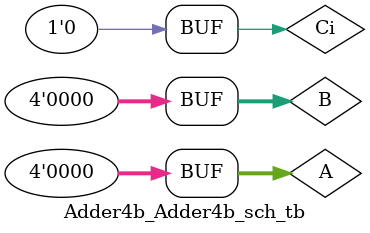
<source format=v>

`timescale 1ns / 1ps

module Adder4b_Adder4b_sch_tb();

// Inputs
   reg [3:0] A;
   reg [3:0] B;
   reg Ci;

// Output
   wire [3:0] S;
   wire Co;

// Bidirs

// Instantiate the UUT
   Adder4b UUT (
		.A(A), 
		.B(B), 
		.S(S), 
		.Ci(Ci), 
		.Co(Co)
   );
// Initialize Inputs
   initial begin 
	Ci = 0;
	A = 3;B = 4;#50;
	A = 1;B = 6;#50;
	A = 10;B = 4;#50;
	A = 8;B = 2;#50;
	A = 0;
	B = 0;
	end
	
endmodule

</source>
